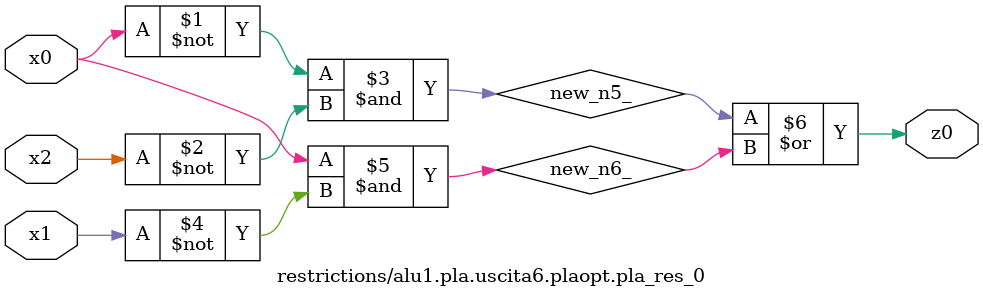
<source format=v>

module \restrictions/alu1.pla.uscita6.plaopt.pla_res_0  ( 
    x0, x1, x2,
    z0  );
  input  x0, x1, x2;
  output z0;
  wire new_n5_, new_n6_;
  assign new_n5_ = ~x0 & ~x2;
  assign new_n6_ = x0 & ~x1;
  assign z0 = new_n5_ | new_n6_;
endmodule



</source>
